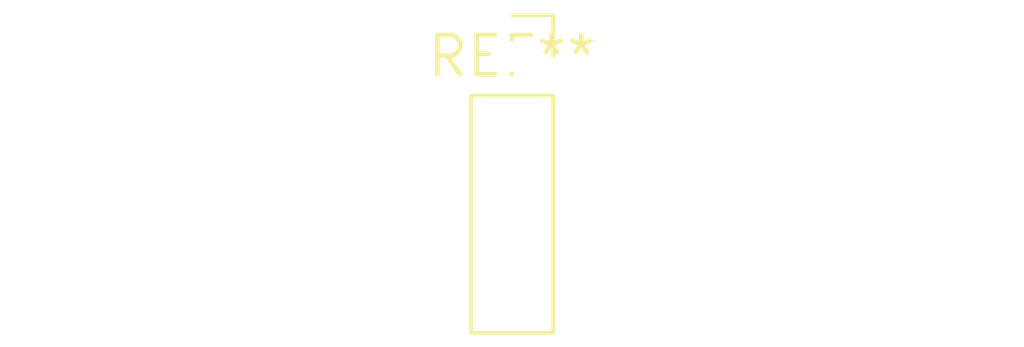
<source format=kicad_pcb>
(kicad_pcb (version 20240108) (generator pcbnew)
  (layers (0 "F.Cu" signal) (31 "B.Cu" signal) (34 "B.Paste" user) (35 "F.Paste" user) (36 "B.SilkS" user "B.Silkscreen") (37 "F.SilkS" user "F.Silkscreen") (38 "B.Mask" user) (39 "F.Mask" user) (44 "Edge.Cuts" user))
  (net 0 "")
  (footprint "PinSocket_1x04_P2.54mm_Vertical" (layer "F.Cu") (at 0 0)
    (property "Reference" "REF**")
    (property "Value" "PinSocket_1x04_P2.54mm_Vertical")
    (fp_line (start -1.33 1.27) (end -1.33 8.95) (layer "F.SilkS") (stroke (width 0.12)))
    (fp_line (start -1.33 1.27) (end 1.33 1.27) (layer "F.SilkS") (stroke (width 0.12)))
    (fp_line (start -1.33 8.95) (end 1.33 8.95) (layer "F.SilkS") (stroke (width 0.12)))
    (fp_line (start 0 -1.33) (end 1.33 -1.33) (layer "F.SilkS") (stroke (width 0.12)))
    (fp_line (start 1.33 -1.33) (end 1.33 0) (layer "F.SilkS") (stroke (width 0.12)))
    (fp_line (start 1.33 1.27) (end 1.33 8.95) (layer "F.SilkS") (stroke (width 0.12)))
    (pad "1" thru_hole rect (at 0 0) (size 1.7 1.7) (drill 1) (layers *.Cu *.Mask) (remove_unused_layers))
    (pad "2" thru_hole oval (at 0 2.54) (size 1.7 1.7) (drill 1) (layers *.Cu *.Mask) (remove_unused_layers))
    (pad "3" thru_hole oval (at 0 5.08) (size 1.7 1.7) (drill 1) (layers *.Cu *.Mask) (remove_unused_layers))
    (pad "4" thru_hole oval (at 0 7.62) (size 1.7 1.7) (drill 1) (layers *.Cu *.Mask) (remove_unused_layers))
  )
)
</source>
